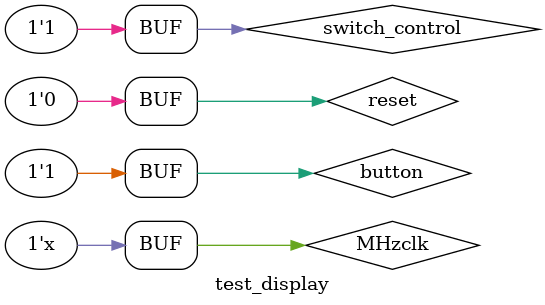
<source format=v>
`timescale 1ns / 1ps


module test_display;

	// Inputs
	reg button;
	reg MHzclk;
	reg switch_control;
	reg reset;

	// Outputs
	wire [3:0] AN;
	wire [6:0] seven;

	// Instantiate the Unit Under Test (UUT)
	seven_display uut (
		.AN(AN), 
		.seven(seven), 
		.button(button), 
		.MHzclk(MHzclk), 
		.switch_control(switch_control), 
		.reset(reset)
	);
	
	always #10 MHzclk = ~MHzclk;
	initial begin
		// Initialize Inputs
		button = 0;
		MHzclk = 0;
		switch_control = 0;
		reset = 0;

		// Wait 100 ns for global reset to finish
		#100;
       reset = 1;
		 #100;
		 reset = 0;
		 button = 1;
		 #500
		 switch_control = 1;
	end
      
endmodule


</source>
